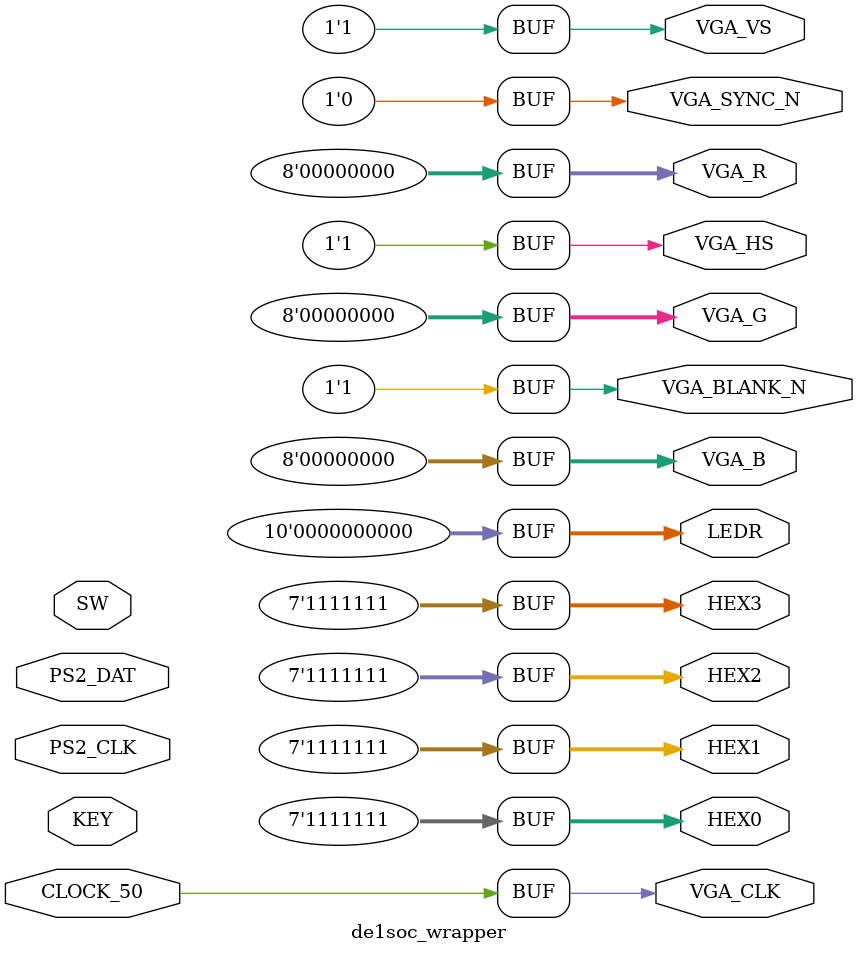
<source format=sv>
`timescale 1ns/100ps

module de1soc_wrapper (
    input         CLOCK_50,
    input  [9:0]  SW,
    input  [3:0]  KEY,

    inout         PS2_CLK,
    inout         PS2_DAT,

    output [6:0]  HEX3,
    output [6:0]  HEX2,
    output [6:0]  HEX1,
    output [6:0]  HEX0,

    output [9:0]  LEDR,

    output [7:0]  VGA_R,
    output [7:0]  VGA_G,
    output [7:0]  VGA_B,
    output        VGA_HS,
    output        VGA_VS,
    output        VGA_BLANK_N,
    output        VGA_SYNC_N,
    output        VGA_CLK
);

    // Default Assignments

    // LEDs off
    assign LEDR = 10'b0;

    // HEX displays off (active-low)
    assign HEX0 = 7'b1111111;
    assign HEX1 = 7'b1111111;
    assign HEX2 = 7'b1111111;
    assign HEX3 = 7'b1111111;

    // VGA outputs black / inactive
    assign VGA_R = 8'b0;
    assign VGA_G = 8'b0;
    assign VGA_B = 8'b0;

    assign VGA_HS      = 1'b1;
    assign VGA_VS      = 1'b1;
    assign VGA_BLANK_N = 1'b1;
    assign VGA_SYNC_N  = 1'b0;
    assign VGA_CLK     = CLOCK_50;

endmodule
</source>
